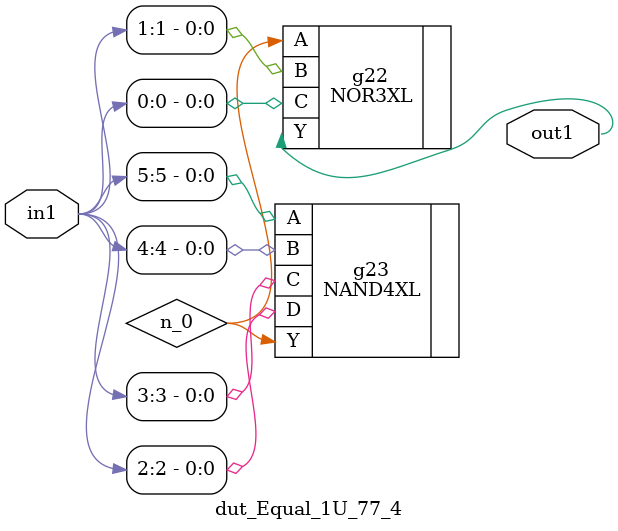
<source format=v>
`timescale 1ps / 1ps


module dut_Equal_1U_77_4(in1, out1);
  input [5:0] in1;
  output out1;
  wire [5:0] in1;
  wire out1;
  wire n_0;
  NOR3XL g22(.A (n_0), .B (in1[1]), .C (in1[0]), .Y (out1));
  NAND4XL g23(.A (in1[5]), .B (in1[4]), .C (in1[3]), .D (in1[2]), .Y
       (n_0));
endmodule



</source>
